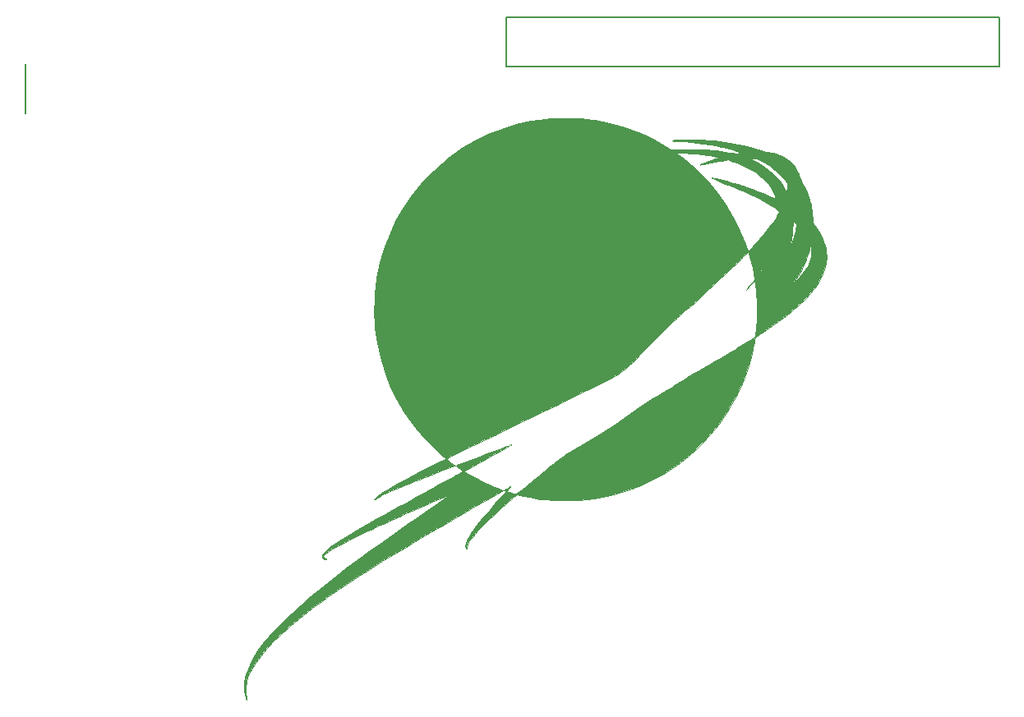
<source format=gbr>
%TF.GenerationSoftware,KiCad,Pcbnew,(5.1.10)-1*%
%TF.CreationDate,2021-11-18T18:33:26-06:00*%
%TF.ProjectId,NavBoard_Hardware,4e617642-6f61-4726-945f-486172647761,rev?*%
%TF.SameCoordinates,Original*%
%TF.FileFunction,Legend,Bot*%
%TF.FilePolarity,Positive*%
%FSLAX46Y46*%
G04 Gerber Fmt 4.6, Leading zero omitted, Abs format (unit mm)*
G04 Created by KiCad (PCBNEW (5.1.10)-1) date 2021-11-18 18:33:26*
%MOMM*%
%LPD*%
G01*
G04 APERTURE LIST*
%ADD10C,0.010000*%
%ADD11C,0.150000*%
G04 APERTURE END LIST*
D10*
%TO.C,G\u002A\u002A\u002A*%
G36*
X62217424Y-108029851D02*
G01*
X62274112Y-108422895D01*
X62367147Y-108742909D01*
X62388283Y-108791721D01*
X62479062Y-108987617D01*
X62448589Y-108807475D01*
X62378275Y-108180514D01*
X62382956Y-107593266D01*
X62462345Y-107072407D01*
X62467683Y-107050900D01*
X62667287Y-106443939D01*
X62966385Y-105811445D01*
X63366734Y-105151260D01*
X63870090Y-104461226D01*
X64478210Y-103739187D01*
X65192848Y-102982985D01*
X66015762Y-102190461D01*
X66948708Y-101359460D01*
X67437208Y-100945370D01*
X67900537Y-100561738D01*
X68352352Y-100195233D01*
X68800956Y-99840114D01*
X69254651Y-99490635D01*
X69721738Y-99141054D01*
X70210522Y-98785627D01*
X70729303Y-98418611D01*
X71286385Y-98034263D01*
X71890069Y-97626839D01*
X72548658Y-97190595D01*
X73270456Y-96719789D01*
X74063762Y-96208677D01*
X74936882Y-95651516D01*
X75898115Y-95042561D01*
X76709802Y-94530814D01*
X78591653Y-93363828D01*
X80457233Y-92241399D01*
X82276429Y-91181571D01*
X82744553Y-90914840D01*
X83167497Y-90673788D01*
X83653941Y-90394520D01*
X84164059Y-90100028D01*
X84658026Y-89813301D01*
X85088537Y-89561722D01*
X85518080Y-89311145D01*
X85993774Y-89036275D01*
X86478609Y-88758327D01*
X86935574Y-88498515D01*
X87327658Y-88278054D01*
X87340310Y-88271000D01*
X87680850Y-88080868D01*
X88002831Y-87900496D01*
X88284914Y-87741883D01*
X88505757Y-87617032D01*
X88644020Y-87537941D01*
X88648301Y-87535451D01*
X88907604Y-87384400D01*
X88288017Y-87151285D01*
X87981591Y-87029018D01*
X87629663Y-86877008D01*
X87247195Y-86702882D01*
X86849146Y-86514266D01*
X86450479Y-86318786D01*
X86066154Y-86124068D01*
X85711131Y-85937737D01*
X85400372Y-85767420D01*
X85148836Y-85620744D01*
X84971486Y-85505333D01*
X84883282Y-85428813D01*
X84876232Y-85412189D01*
X84926435Y-85371842D01*
X85065647Y-85285232D01*
X85276771Y-85162349D01*
X85542712Y-85013185D01*
X85791953Y-84877048D01*
X86197431Y-84657228D01*
X86629458Y-84421514D01*
X87075131Y-84177083D01*
X87521544Y-83931115D01*
X87955795Y-83690789D01*
X88364979Y-83463282D01*
X88736192Y-83255774D01*
X89056530Y-83075443D01*
X89313089Y-82929469D01*
X89492966Y-82825029D01*
X89583255Y-82769302D01*
X89589943Y-82764175D01*
X89563584Y-82760010D01*
X89445196Y-82791928D01*
X89255203Y-82853862D01*
X89079542Y-82915803D01*
X88666213Y-83066232D01*
X88210251Y-83233446D01*
X87724387Y-83412666D01*
X87221350Y-83599114D01*
X86713870Y-83788009D01*
X86214678Y-83974571D01*
X85736503Y-84154023D01*
X85292076Y-84321583D01*
X84894127Y-84472473D01*
X84555385Y-84601913D01*
X84288581Y-84705124D01*
X84106445Y-84777326D01*
X84021706Y-84813739D01*
X84017557Y-84816315D01*
X84041038Y-84866963D01*
X84146151Y-84961957D01*
X84312002Y-85083109D01*
X84362829Y-85116868D01*
X84547943Y-85242117D01*
X84685736Y-85344202D01*
X84751895Y-85404854D01*
X84754420Y-85411100D01*
X84703302Y-85449119D01*
X84561060Y-85534590D01*
X84342808Y-85658967D01*
X84063661Y-85813703D01*
X83738735Y-85990253D01*
X83572174Y-86079579D01*
X83180502Y-86289941D01*
X82715115Y-86541799D01*
X82207191Y-86818165D01*
X81687905Y-87102048D01*
X81188435Y-87376458D01*
X80886775Y-87543024D01*
X80449202Y-87784810D01*
X79933965Y-88068831D01*
X79368833Y-88379820D01*
X78781578Y-88702511D01*
X78199968Y-89021638D01*
X77651774Y-89321935D01*
X77460393Y-89426626D01*
X76577601Y-89913188D01*
X75724233Y-90391106D01*
X74908973Y-90855202D01*
X74140508Y-91300300D01*
X73427521Y-91721222D01*
X72778698Y-92112792D01*
X72202725Y-92469833D01*
X71708286Y-92787167D01*
X71304066Y-93059618D01*
X71020343Y-93265407D01*
X70672764Y-93553665D01*
X70422859Y-93810752D01*
X70273007Y-94032408D01*
X70225587Y-94214371D01*
X70282977Y-94352382D01*
X70377639Y-94416513D01*
X70538040Y-94475958D01*
X70632342Y-94486189D01*
X70644934Y-94452358D01*
X70560208Y-94379621D01*
X70535850Y-94364273D01*
X70395110Y-94248401D01*
X70355775Y-94140746D01*
X70356030Y-94139320D01*
X70428061Y-94026471D01*
X70607927Y-93870179D01*
X70892261Y-93672341D01*
X71277690Y-93434858D01*
X71760847Y-93159628D01*
X72338360Y-92848550D01*
X73006861Y-92503523D01*
X73762979Y-92126447D01*
X74603345Y-91719219D01*
X74908383Y-91573889D01*
X75213362Y-91430763D01*
X75591135Y-91256070D01*
X76031817Y-91054207D01*
X76525528Y-90829569D01*
X77062384Y-90586551D01*
X77632504Y-90329549D01*
X78226004Y-90062959D01*
X78833003Y-89791175D01*
X79443618Y-89518594D01*
X80047967Y-89249611D01*
X80636167Y-88988622D01*
X81198335Y-88740022D01*
X81724591Y-88508206D01*
X82205050Y-88297571D01*
X82629831Y-88112511D01*
X82989051Y-87957423D01*
X83272828Y-87836702D01*
X83471279Y-87754743D01*
X83574522Y-87715942D01*
X83587235Y-87713668D01*
X83544268Y-87750430D01*
X83414791Y-87844570D01*
X83212171Y-87986776D01*
X82949773Y-88167736D01*
X82640964Y-88378136D01*
X82399034Y-88541518D01*
X81996807Y-88813877D01*
X81524845Y-89136325D01*
X80994906Y-89500631D01*
X80418749Y-89898566D01*
X79808132Y-90321898D01*
X79174815Y-90762398D01*
X78530557Y-91211834D01*
X77887117Y-91661976D01*
X77256253Y-92104594D01*
X76649725Y-92531457D01*
X76079291Y-92934336D01*
X75556711Y-93304998D01*
X75093742Y-93635215D01*
X74702146Y-93916755D01*
X74393679Y-94141388D01*
X74307910Y-94204760D01*
X72850368Y-95300895D01*
X71498197Y-96346230D01*
X70249034Y-97343033D01*
X69100515Y-98293570D01*
X68050278Y-99200108D01*
X67095960Y-100064912D01*
X66235196Y-100890250D01*
X65465623Y-101678388D01*
X64784879Y-102431592D01*
X64190600Y-103152129D01*
X63680423Y-103842266D01*
X63251983Y-104504269D01*
X62902919Y-105140404D01*
X62900839Y-105144591D01*
X62674533Y-105618777D01*
X62504647Y-106022361D01*
X62381344Y-106384906D01*
X62294786Y-106735973D01*
X62235138Y-107105126D01*
X62227351Y-107168547D01*
X62200648Y-107599746D01*
X62217424Y-108029851D01*
G37*
X62217424Y-108029851D02*
X62274112Y-108422895D01*
X62367147Y-108742909D01*
X62388283Y-108791721D01*
X62479062Y-108987617D01*
X62448589Y-108807475D01*
X62378275Y-108180514D01*
X62382956Y-107593266D01*
X62462345Y-107072407D01*
X62467683Y-107050900D01*
X62667287Y-106443939D01*
X62966385Y-105811445D01*
X63366734Y-105151260D01*
X63870090Y-104461226D01*
X64478210Y-103739187D01*
X65192848Y-102982985D01*
X66015762Y-102190461D01*
X66948708Y-101359460D01*
X67437208Y-100945370D01*
X67900537Y-100561738D01*
X68352352Y-100195233D01*
X68800956Y-99840114D01*
X69254651Y-99490635D01*
X69721738Y-99141054D01*
X70210522Y-98785627D01*
X70729303Y-98418611D01*
X71286385Y-98034263D01*
X71890069Y-97626839D01*
X72548658Y-97190595D01*
X73270456Y-96719789D01*
X74063762Y-96208677D01*
X74936882Y-95651516D01*
X75898115Y-95042561D01*
X76709802Y-94530814D01*
X78591653Y-93363828D01*
X80457233Y-92241399D01*
X82276429Y-91181571D01*
X82744553Y-90914840D01*
X83167497Y-90673788D01*
X83653941Y-90394520D01*
X84164059Y-90100028D01*
X84658026Y-89813301D01*
X85088537Y-89561722D01*
X85518080Y-89311145D01*
X85993774Y-89036275D01*
X86478609Y-88758327D01*
X86935574Y-88498515D01*
X87327658Y-88278054D01*
X87340310Y-88271000D01*
X87680850Y-88080868D01*
X88002831Y-87900496D01*
X88284914Y-87741883D01*
X88505757Y-87617032D01*
X88644020Y-87537941D01*
X88648301Y-87535451D01*
X88907604Y-87384400D01*
X88288017Y-87151285D01*
X87981591Y-87029018D01*
X87629663Y-86877008D01*
X87247195Y-86702882D01*
X86849146Y-86514266D01*
X86450479Y-86318786D01*
X86066154Y-86124068D01*
X85711131Y-85937737D01*
X85400372Y-85767420D01*
X85148836Y-85620744D01*
X84971486Y-85505333D01*
X84883282Y-85428813D01*
X84876232Y-85412189D01*
X84926435Y-85371842D01*
X85065647Y-85285232D01*
X85276771Y-85162349D01*
X85542712Y-85013185D01*
X85791953Y-84877048D01*
X86197431Y-84657228D01*
X86629458Y-84421514D01*
X87075131Y-84177083D01*
X87521544Y-83931115D01*
X87955795Y-83690789D01*
X88364979Y-83463282D01*
X88736192Y-83255774D01*
X89056530Y-83075443D01*
X89313089Y-82929469D01*
X89492966Y-82825029D01*
X89583255Y-82769302D01*
X89589943Y-82764175D01*
X89563584Y-82760010D01*
X89445196Y-82791928D01*
X89255203Y-82853862D01*
X89079542Y-82915803D01*
X88666213Y-83066232D01*
X88210251Y-83233446D01*
X87724387Y-83412666D01*
X87221350Y-83599114D01*
X86713870Y-83788009D01*
X86214678Y-83974571D01*
X85736503Y-84154023D01*
X85292076Y-84321583D01*
X84894127Y-84472473D01*
X84555385Y-84601913D01*
X84288581Y-84705124D01*
X84106445Y-84777326D01*
X84021706Y-84813739D01*
X84017557Y-84816315D01*
X84041038Y-84866963D01*
X84146151Y-84961957D01*
X84312002Y-85083109D01*
X84362829Y-85116868D01*
X84547943Y-85242117D01*
X84685736Y-85344202D01*
X84751895Y-85404854D01*
X84754420Y-85411100D01*
X84703302Y-85449119D01*
X84561060Y-85534590D01*
X84342808Y-85658967D01*
X84063661Y-85813703D01*
X83738735Y-85990253D01*
X83572174Y-86079579D01*
X83180502Y-86289941D01*
X82715115Y-86541799D01*
X82207191Y-86818165D01*
X81687905Y-87102048D01*
X81188435Y-87376458D01*
X80886775Y-87543024D01*
X80449202Y-87784810D01*
X79933965Y-88068831D01*
X79368833Y-88379820D01*
X78781578Y-88702511D01*
X78199968Y-89021638D01*
X77651774Y-89321935D01*
X77460393Y-89426626D01*
X76577601Y-89913188D01*
X75724233Y-90391106D01*
X74908973Y-90855202D01*
X74140508Y-91300300D01*
X73427521Y-91721222D01*
X72778698Y-92112792D01*
X72202725Y-92469833D01*
X71708286Y-92787167D01*
X71304066Y-93059618D01*
X71020343Y-93265407D01*
X70672764Y-93553665D01*
X70422859Y-93810752D01*
X70273007Y-94032408D01*
X70225587Y-94214371D01*
X70282977Y-94352382D01*
X70377639Y-94416513D01*
X70538040Y-94475958D01*
X70632342Y-94486189D01*
X70644934Y-94452358D01*
X70560208Y-94379621D01*
X70535850Y-94364273D01*
X70395110Y-94248401D01*
X70355775Y-94140746D01*
X70356030Y-94139320D01*
X70428061Y-94026471D01*
X70607927Y-93870179D01*
X70892261Y-93672341D01*
X71277690Y-93434858D01*
X71760847Y-93159628D01*
X72338360Y-92848550D01*
X73006861Y-92503523D01*
X73762979Y-92126447D01*
X74603345Y-91719219D01*
X74908383Y-91573889D01*
X75213362Y-91430763D01*
X75591135Y-91256070D01*
X76031817Y-91054207D01*
X76525528Y-90829569D01*
X77062384Y-90586551D01*
X77632504Y-90329549D01*
X78226004Y-90062959D01*
X78833003Y-89791175D01*
X79443618Y-89518594D01*
X80047967Y-89249611D01*
X80636167Y-88988622D01*
X81198335Y-88740022D01*
X81724591Y-88508206D01*
X82205050Y-88297571D01*
X82629831Y-88112511D01*
X82989051Y-87957423D01*
X83272828Y-87836702D01*
X83471279Y-87754743D01*
X83574522Y-87715942D01*
X83587235Y-87713668D01*
X83544268Y-87750430D01*
X83414791Y-87844570D01*
X83212171Y-87986776D01*
X82949773Y-88167736D01*
X82640964Y-88378136D01*
X82399034Y-88541518D01*
X81996807Y-88813877D01*
X81524845Y-89136325D01*
X80994906Y-89500631D01*
X80418749Y-89898566D01*
X79808132Y-90321898D01*
X79174815Y-90762398D01*
X78530557Y-91211834D01*
X77887117Y-91661976D01*
X77256253Y-92104594D01*
X76649725Y-92531457D01*
X76079291Y-92934336D01*
X75556711Y-93304998D01*
X75093742Y-93635215D01*
X74702146Y-93916755D01*
X74393679Y-94141388D01*
X74307910Y-94204760D01*
X72850368Y-95300895D01*
X71498197Y-96346230D01*
X70249034Y-97343033D01*
X69100515Y-98293570D01*
X68050278Y-99200108D01*
X67095960Y-100064912D01*
X66235196Y-100890250D01*
X65465623Y-101678388D01*
X64784879Y-102431592D01*
X64190600Y-103152129D01*
X63680423Y-103842266D01*
X63251983Y-104504269D01*
X62902919Y-105140404D01*
X62900839Y-105144591D01*
X62674533Y-105618777D01*
X62504647Y-106022361D01*
X62381344Y-106384906D01*
X62294786Y-106735973D01*
X62235138Y-107105126D01*
X62227351Y-107168547D01*
X62200648Y-107599746D01*
X62217424Y-108029851D01*
G36*
X89710038Y-82716932D02*
G01*
X89740062Y-82686908D01*
X89710038Y-82656884D01*
X89680014Y-82686908D01*
X89710038Y-82716932D01*
G37*
X89710038Y-82716932D02*
X89740062Y-82686908D01*
X89710038Y-82656884D01*
X89680014Y-82686908D01*
X89710038Y-82716932D01*
G36*
X75604631Y-88350539D02*
G01*
X75677006Y-88319094D01*
X75830965Y-88216833D01*
X75914036Y-88158163D01*
X76076042Y-88048410D01*
X76253863Y-87940876D01*
X76461721Y-87828813D01*
X76713836Y-87705472D01*
X77024427Y-87564107D01*
X77407715Y-87397969D01*
X77877919Y-87200310D01*
X78303412Y-87024339D01*
X78670807Y-86874681D01*
X79129998Y-86690101D01*
X79660619Y-86478602D01*
X80242304Y-86248187D01*
X80854687Y-86006859D01*
X81477402Y-85762618D01*
X82090083Y-85523469D01*
X82672365Y-85297412D01*
X83203881Y-85092452D01*
X83664265Y-84916589D01*
X83756632Y-84881597D01*
X83928049Y-84816779D01*
X83466851Y-84479970D01*
X83274033Y-84331054D01*
X83131680Y-84205308D01*
X83058438Y-84120132D01*
X83055245Y-84095901D01*
X83116549Y-84062298D01*
X83276949Y-83981078D01*
X83527322Y-83856702D01*
X83858551Y-83693632D01*
X84261514Y-83496330D01*
X84727092Y-83269256D01*
X85246164Y-83016874D01*
X85809611Y-82743644D01*
X86408312Y-82454029D01*
X86647627Y-82338453D01*
X88025253Y-81673054D01*
X89301885Y-81055602D01*
X90484977Y-80482454D01*
X91581983Y-79949962D01*
X92600356Y-79454481D01*
X93547550Y-78992367D01*
X94431019Y-78559973D01*
X95258215Y-78153655D01*
X96036594Y-77769766D01*
X96773608Y-77404661D01*
X97476711Y-77054695D01*
X98153357Y-76716223D01*
X98536988Y-76523556D01*
X99059268Y-76262430D01*
X99508248Y-76039451D01*
X99894236Y-75846689D01*
X100227541Y-75676214D01*
X100518474Y-75520095D01*
X100777344Y-75370403D01*
X101014459Y-75219206D01*
X101240129Y-75058576D01*
X101464663Y-74880580D01*
X101698371Y-74677291D01*
X101951561Y-74440776D01*
X102234544Y-74163105D01*
X102557628Y-73836350D01*
X102931123Y-73452578D01*
X103365337Y-73003861D01*
X103870581Y-72482267D01*
X104107298Y-72238681D01*
X104537208Y-71799319D01*
X104962307Y-71369472D01*
X105371194Y-70960357D01*
X105752469Y-70583190D01*
X106094730Y-70249185D01*
X106386575Y-69969560D01*
X106616604Y-69755529D01*
X106758129Y-69630944D01*
X107156521Y-69292114D01*
X107627600Y-68881246D01*
X108158279Y-68410355D01*
X108735469Y-67891458D01*
X109346083Y-67336571D01*
X109977033Y-66757713D01*
X110615232Y-66166898D01*
X111247592Y-65576145D01*
X111861024Y-64997469D01*
X112442442Y-64442887D01*
X112978758Y-63924415D01*
X113065685Y-63839577D01*
X113360063Y-63552643D01*
X113624508Y-63296445D01*
X113847460Y-63082056D01*
X114017356Y-62920549D01*
X114122636Y-62822997D01*
X114152649Y-62798504D01*
X114178944Y-62872310D01*
X114227054Y-63039533D01*
X114291010Y-63276758D01*
X114364841Y-63560564D01*
X114442579Y-63867536D01*
X114518253Y-64174254D01*
X114585896Y-64457300D01*
X114639537Y-64693257D01*
X114658866Y-64784416D01*
X114731583Y-65170061D01*
X114769881Y-65450326D01*
X114774461Y-65634674D01*
X114746026Y-65732571D01*
X114730259Y-65747067D01*
X114673658Y-65804436D01*
X114561167Y-65934247D01*
X114411355Y-66114712D01*
X114305049Y-66246001D01*
X113929358Y-66714331D01*
X114376311Y-66240449D01*
X114823265Y-65766566D01*
X114859715Y-65970236D01*
X114911929Y-66331235D01*
X114954226Y-66763918D01*
X114986723Y-67251889D01*
X115009542Y-67778755D01*
X115022802Y-68328122D01*
X115026624Y-68883595D01*
X115021127Y-69428779D01*
X115006432Y-69947280D01*
X114982658Y-70422704D01*
X114949925Y-70838657D01*
X114908354Y-71178744D01*
X114858064Y-71426570D01*
X114818987Y-71533951D01*
X114748141Y-71602613D01*
X114583493Y-71724139D01*
X114335652Y-71892054D01*
X114015226Y-72099881D01*
X113632823Y-72341147D01*
X113199053Y-72609375D01*
X112724523Y-72898089D01*
X112219841Y-73200814D01*
X111695617Y-73511074D01*
X111162459Y-73822394D01*
X110630975Y-74128298D01*
X110111774Y-74422311D01*
X109825877Y-74581826D01*
X109377213Y-74834950D01*
X108908792Y-75106807D01*
X108447002Y-75381547D01*
X108018230Y-75643324D01*
X107648863Y-75876287D01*
X107423986Y-76024402D01*
X107085613Y-76246007D01*
X106674505Y-76503367D01*
X106224158Y-76776222D01*
X105768070Y-77044311D01*
X105339734Y-77287372D01*
X105295786Y-77311691D01*
X104768576Y-77610108D01*
X104281310Y-77903560D01*
X103801232Y-78213153D01*
X103295587Y-78559998D01*
X102743777Y-78956323D01*
X101557992Y-79805018D01*
X100386442Y-80607009D01*
X99200233Y-81380941D01*
X97970472Y-82145457D01*
X96668265Y-82919200D01*
X96045026Y-83278745D01*
X95674293Y-83494492D01*
X95354282Y-83690818D01*
X95059918Y-83885420D01*
X94766125Y-84095993D01*
X94447827Y-84340233D01*
X94079949Y-84635837D01*
X93823277Y-84846631D01*
X93470384Y-85137556D01*
X93118384Y-85426935D01*
X92787309Y-85698360D01*
X92497193Y-85935423D01*
X92268066Y-86121713D01*
X92171977Y-86199257D01*
X91942081Y-86385878D01*
X91654615Y-86622162D01*
X91343553Y-86880037D01*
X91042868Y-87131433D01*
X90993457Y-87172997D01*
X90745610Y-87377686D01*
X90526190Y-87551371D01*
X90353064Y-87680484D01*
X90244098Y-87751458D01*
X90219317Y-87760903D01*
X90129145Y-87744884D01*
X89965270Y-87703662D01*
X89762986Y-87647496D01*
X89557588Y-87586641D01*
X89384371Y-87531353D01*
X89278630Y-87491890D01*
X89263428Y-87483126D01*
X89287742Y-87430696D01*
X89376975Y-87318028D01*
X89503618Y-87178300D01*
X89628495Y-87039724D01*
X89669872Y-86974853D01*
X89625428Y-86987430D01*
X89619967Y-86990738D01*
X89473993Y-87074690D01*
X89282273Y-87177971D01*
X89203476Y-87218719D01*
X89049448Y-87300662D01*
X88989639Y-87350919D01*
X89010346Y-87390489D01*
X89068925Y-87424962D01*
X89118056Y-87457279D01*
X89134893Y-87498095D01*
X89109784Y-87562844D01*
X89033077Y-87666961D01*
X88895123Y-87825883D01*
X88686268Y-88055045D01*
X88650856Y-88093574D01*
X88031226Y-88773208D01*
X87490826Y-89378677D01*
X87022197Y-89918926D01*
X86617876Y-90402900D01*
X86270403Y-90839543D01*
X85972318Y-91237802D01*
X85716160Y-91606621D01*
X85698028Y-91633953D01*
X85395339Y-92122793D01*
X85179872Y-92541093D01*
X85052363Y-92886773D01*
X85013552Y-93157751D01*
X85064175Y-93351949D01*
X85080291Y-93375324D01*
X85136438Y-93439426D01*
X85163858Y-93427493D01*
X85173240Y-93322131D01*
X85174559Y-93221950D01*
X85214263Y-92954247D01*
X85341319Y-92688635D01*
X85348759Y-92676807D01*
X85497361Y-92466489D01*
X85712237Y-92194090D01*
X85974037Y-91881742D01*
X86263416Y-91551576D01*
X86561024Y-91225725D01*
X86847515Y-90926320D01*
X87074090Y-90703220D01*
X87271595Y-90517934D01*
X87524811Y-90283214D01*
X87820162Y-90011383D01*
X88144075Y-89714761D01*
X88482975Y-89405668D01*
X88823288Y-89096427D01*
X89151440Y-88799357D01*
X89453857Y-88526780D01*
X89716964Y-88291018D01*
X89927187Y-88104390D01*
X90070951Y-87979218D01*
X90120401Y-87938157D01*
X90288655Y-87805809D01*
X91020150Y-87968218D01*
X91655511Y-88101631D01*
X92236986Y-88205367D01*
X92798521Y-88283351D01*
X93374064Y-88339509D01*
X93997562Y-88377767D01*
X94702964Y-88402049D01*
X94789867Y-88404100D01*
X95766059Y-88411626D01*
X96657168Y-88385459D01*
X97494245Y-88322485D01*
X98308343Y-88219594D01*
X99130513Y-88073673D01*
X99983637Y-87883591D01*
X101447337Y-87467934D01*
X102867633Y-86942461D01*
X104238755Y-86311401D01*
X105554934Y-85578982D01*
X106810401Y-84749434D01*
X107999387Y-83826986D01*
X109116122Y-82815866D01*
X110154837Y-81720304D01*
X111109763Y-80544529D01*
X111975131Y-79292769D01*
X112201566Y-78927638D01*
X112893352Y-77681485D01*
X113498499Y-76377925D01*
X114009482Y-75036932D01*
X114418776Y-73678481D01*
X114718856Y-72322546D01*
X114744150Y-72178634D01*
X114808401Y-71862980D01*
X114874668Y-71659310D01*
X114943350Y-71561074D01*
X115021026Y-71506602D01*
X115182820Y-71394386D01*
X115413869Y-71234691D01*
X115699308Y-71037783D01*
X116024274Y-70813927D01*
X116280960Y-70637302D01*
X117216497Y-69978332D01*
X118048545Y-69358429D01*
X118784624Y-68770830D01*
X119432251Y-68208775D01*
X119998946Y-67665501D01*
X120492227Y-67134249D01*
X120919613Y-66608255D01*
X121202677Y-66211291D01*
X121416293Y-65861429D01*
X121628006Y-65458665D01*
X121820133Y-65041204D01*
X121974990Y-64647252D01*
X122069102Y-64339397D01*
X122156531Y-63846965D01*
X122195410Y-63314107D01*
X122183944Y-62793165D01*
X122135289Y-62409350D01*
X121939425Y-61697765D01*
X121627392Y-61015778D01*
X121199643Y-60364308D01*
X121018570Y-60138798D01*
X120883021Y-59964734D01*
X120812661Y-59823045D01*
X120786996Y-59661955D01*
X120784506Y-59547462D01*
X120737344Y-58742757D01*
X120601144Y-57926238D01*
X120548441Y-57732053D01*
X120548441Y-62169700D01*
X120600582Y-62252831D01*
X120624956Y-62330880D01*
X120638059Y-62444770D01*
X120644481Y-62641762D01*
X120643267Y-62884998D01*
X120641275Y-62961376D01*
X120615984Y-63311650D01*
X120557802Y-63600680D01*
X120471018Y-63848802D01*
X120285691Y-64254696D01*
X120073460Y-64617943D01*
X119812080Y-64970926D01*
X119479306Y-65346031D01*
X119351182Y-65479013D01*
X119155685Y-65675258D01*
X119003557Y-65821122D01*
X118906670Y-65905798D01*
X118876893Y-65918481D01*
X118884663Y-65903693D01*
X119270132Y-65283050D01*
X119577526Y-64746781D01*
X119809459Y-64290313D01*
X119819601Y-64268466D01*
X119957720Y-63946223D01*
X120098867Y-63577161D01*
X120231817Y-63194663D01*
X120345342Y-62832114D01*
X120428217Y-62522898D01*
X120461330Y-62360156D01*
X120500792Y-62205695D01*
X120548441Y-62169700D01*
X120548441Y-57732053D01*
X120383837Y-57125567D01*
X120093354Y-56368408D01*
X119737623Y-55682426D01*
X119625293Y-55503652D01*
X119504982Y-55296878D01*
X119411472Y-55093631D01*
X119374051Y-54975088D01*
X119327601Y-54818736D01*
X119243697Y-54598986D01*
X119139217Y-54359539D01*
X119122810Y-54324615D01*
X118829286Y-53844262D01*
X118828555Y-53843484D01*
X118828555Y-59691050D01*
X118876161Y-59710968D01*
X118940529Y-59767097D01*
X118954631Y-59780342D01*
X119028709Y-59855465D01*
X119074507Y-59930121D01*
X119092727Y-60027532D01*
X119084068Y-60170920D01*
X119049232Y-60383505D01*
X118988920Y-60688508D01*
X118982933Y-60718005D01*
X118928218Y-60963389D01*
X118857834Y-61244511D01*
X118778206Y-61539638D01*
X118695764Y-61827038D01*
X118616934Y-62084977D01*
X118548144Y-62291722D01*
X118495823Y-62425541D01*
X118466397Y-62464700D01*
X118466351Y-62464655D01*
X118466103Y-62399708D01*
X118484331Y-62245342D01*
X118517404Y-62030180D01*
X118533091Y-61938536D01*
X118572947Y-61676572D01*
X118615449Y-61338861D01*
X118655442Y-60969496D01*
X118687047Y-60621609D01*
X118717231Y-60251764D01*
X118742048Y-59987700D01*
X118765924Y-59815502D01*
X118793284Y-59721256D01*
X118828555Y-59691050D01*
X118828555Y-53843484D01*
X118438442Y-53427759D01*
X117957087Y-53079126D01*
X117392030Y-52802383D01*
X116750079Y-52601548D01*
X116038046Y-52480640D01*
X115990619Y-52475754D01*
X115732409Y-52433504D01*
X115426229Y-52359300D01*
X115134507Y-52268465D01*
X115110038Y-52259610D01*
X114386619Y-52024572D01*
X114269376Y-51994330D01*
X114269376Y-53164457D01*
X114698876Y-53190651D01*
X114960425Y-53217191D01*
X115174860Y-53271238D01*
X115399221Y-53370072D01*
X115539538Y-53445341D01*
X116366009Y-53956300D01*
X117083957Y-54511067D01*
X117698097Y-55113458D01*
X117913146Y-55365395D01*
X118205017Y-55725679D01*
X118167799Y-56115986D01*
X118145332Y-56319297D01*
X118122976Y-56469303D01*
X118106480Y-56531313D01*
X118090312Y-56544178D01*
X118068993Y-56532717D01*
X118029155Y-56478053D01*
X117957432Y-56361309D01*
X117840457Y-56163607D01*
X117812397Y-56115986D01*
X117370188Y-55459709D01*
X116853100Y-54870424D01*
X116250431Y-54338537D01*
X115551484Y-53854457D01*
X114853226Y-53462925D01*
X114269376Y-53164457D01*
X114269376Y-51994330D01*
X113558492Y-51810960D01*
X112639602Y-51621665D01*
X111643896Y-51459573D01*
X110636516Y-51333088D01*
X110322114Y-51305499D01*
X109939582Y-51282351D01*
X109507135Y-51263771D01*
X109042991Y-51249887D01*
X108565367Y-51240826D01*
X108092479Y-51236716D01*
X107642545Y-51237684D01*
X107233781Y-51243858D01*
X106884405Y-51255366D01*
X106612633Y-51272335D01*
X106436683Y-51294892D01*
X106403182Y-51303444D01*
X106312345Y-51336542D01*
X106307744Y-51354930D01*
X106401510Y-51363780D01*
X106553300Y-51367431D01*
X107030375Y-51386926D01*
X107596911Y-51428944D01*
X108225138Y-51489933D01*
X108887288Y-51566344D01*
X109555593Y-51654625D01*
X110202281Y-51751226D01*
X110799586Y-51852595D01*
X111319737Y-51955181D01*
X111538169Y-52004851D01*
X111903877Y-52096597D01*
X112264559Y-52193839D01*
X112602367Y-52291023D01*
X112899449Y-52382594D01*
X113137956Y-52463000D01*
X113300037Y-52526685D01*
X113367843Y-52568096D01*
X113368044Y-52574205D01*
X113270840Y-52629361D01*
X113079892Y-52656932D01*
X112818330Y-52656959D01*
X112509283Y-52629489D01*
X112175880Y-52574565D01*
X112162840Y-52571896D01*
X111715293Y-52484915D01*
X111286928Y-52414236D01*
X110857359Y-52358185D01*
X110406198Y-52315091D01*
X109913059Y-52283281D01*
X109357555Y-52261084D01*
X108719300Y-52246827D01*
X108114530Y-52239845D01*
X106945118Y-52230485D01*
X106945118Y-52576134D01*
X107178444Y-52581902D01*
X107468966Y-52593814D01*
X107795838Y-52610825D01*
X108138213Y-52631892D01*
X108475246Y-52655969D01*
X108786090Y-52682012D01*
X108955192Y-52698548D01*
X109237043Y-52731906D01*
X109560235Y-52776226D01*
X109901193Y-52827567D01*
X110236341Y-52881987D01*
X110542103Y-52935542D01*
X110794902Y-52984290D01*
X110971164Y-53024288D01*
X111041345Y-53047405D01*
X111016958Y-53079827D01*
X110896685Y-53139297D01*
X110699470Y-53217689D01*
X110444256Y-53306877D01*
X110410849Y-53317848D01*
X110007993Y-53452939D01*
X109669698Y-53573747D01*
X109407468Y-53675700D01*
X109232806Y-53754229D01*
X109157217Y-53804764D01*
X109157102Y-53815926D01*
X109222119Y-53813908D01*
X109381161Y-53789989D01*
X109610979Y-53748134D01*
X109888322Y-53692308D01*
X109915071Y-53686681D01*
X110293653Y-53610011D01*
X110722035Y-53528352D01*
X111136837Y-53453580D01*
X111364153Y-53415113D01*
X112080690Y-53298214D01*
X112604584Y-53480682D01*
X113006323Y-53633367D01*
X113446859Y-53822170D01*
X113893106Y-54031191D01*
X114311976Y-54244529D01*
X114670382Y-54446282D01*
X114848215Y-54558914D01*
X115227449Y-54845258D01*
X115618120Y-55192743D01*
X115982424Y-55564961D01*
X116282557Y-55925506D01*
X116319082Y-55975459D01*
X116438585Y-56157197D01*
X116570251Y-56380997D01*
X116701951Y-56622877D01*
X116821558Y-56858856D01*
X116916946Y-57064954D01*
X116975987Y-57217190D01*
X116986553Y-57291582D01*
X116985387Y-57293041D01*
X116922960Y-57281987D01*
X116780434Y-57230062D01*
X116586233Y-57147834D01*
X116545638Y-57129566D01*
X116137662Y-56952284D01*
X115649315Y-56752857D01*
X115115046Y-56544340D01*
X114569302Y-56339789D01*
X114046532Y-56152259D01*
X113581186Y-55994805D01*
X113398690Y-55936933D01*
X113064202Y-55836864D01*
X112686158Y-55728896D01*
X112283434Y-55617887D01*
X111874902Y-55508696D01*
X111479435Y-55406182D01*
X111115908Y-55315203D01*
X110803195Y-55240620D01*
X110560168Y-55187290D01*
X110405701Y-55160072D01*
X110371472Y-55157601D01*
X110394479Y-55179494D01*
X110517218Y-55240565D01*
X110727810Y-55335651D01*
X111014379Y-55459590D01*
X111365047Y-55607220D01*
X111767935Y-55773378D01*
X112077650Y-55899153D01*
X112725719Y-56162849D01*
X113282120Y-56394698D01*
X113767832Y-56604492D01*
X114203831Y-56802026D01*
X114611094Y-56997094D01*
X115010599Y-57199488D01*
X115423323Y-57419003D01*
X115870242Y-57665433D01*
X115917845Y-57692059D01*
X116342475Y-57931559D01*
X116672426Y-58122593D01*
X116919043Y-58273100D01*
X117093673Y-58391022D01*
X117207659Y-58484299D01*
X117272346Y-58560870D01*
X117299081Y-58628678D01*
X117301764Y-58660678D01*
X117269778Y-58769507D01*
X117183449Y-58948829D01*
X117057218Y-59170693D01*
X116952115Y-59337457D01*
X116783704Y-59582225D01*
X116563566Y-59885357D01*
X116316896Y-60212992D01*
X116068887Y-60531267D01*
X115997852Y-60620033D01*
X115950700Y-60677595D01*
X115950700Y-64162322D01*
X115980724Y-64192345D01*
X115950700Y-64222369D01*
X115920676Y-64192345D01*
X115950700Y-64162322D01*
X115950700Y-60677595D01*
X115899934Y-60739569D01*
X115899934Y-64282416D01*
X115888560Y-64328318D01*
X115800583Y-64465523D01*
X115636531Y-64693285D01*
X115396931Y-65010854D01*
X115273071Y-65171903D01*
X115112440Y-65374124D01*
X114978976Y-65531452D01*
X114888902Y-65625417D01*
X114859330Y-65642977D01*
X114884773Y-65590087D01*
X114969640Y-65464326D01*
X115098090Y-65286403D01*
X115254282Y-65077030D01*
X115422377Y-64856919D01*
X115586532Y-64646781D01*
X115730908Y-64467327D01*
X115839663Y-64339268D01*
X115896957Y-64283317D01*
X115899934Y-64282416D01*
X115899934Y-60739569D01*
X115786140Y-60878487D01*
X115547987Y-61162252D01*
X115295569Y-61457579D01*
X115041060Y-61750719D01*
X114796638Y-62027922D01*
X114574477Y-62275439D01*
X114386753Y-62479521D01*
X114245642Y-62626418D01*
X114163320Y-62702382D01*
X114147753Y-62709251D01*
X114121431Y-62649184D01*
X114062604Y-62498651D01*
X113979848Y-62280031D01*
X113881741Y-62015707D01*
X113876773Y-62002200D01*
X113301234Y-60603628D01*
X112622797Y-59253553D01*
X111847456Y-57960083D01*
X110981204Y-56731327D01*
X110030033Y-55575395D01*
X108999938Y-54500396D01*
X107896910Y-53514439D01*
X107198809Y-52966163D01*
X106999805Y-52814532D01*
X106843277Y-52689477D01*
X106750163Y-52608045D01*
X106733442Y-52587211D01*
X106789836Y-52577556D01*
X106945118Y-52576134D01*
X106945118Y-52230485D01*
X106162993Y-52224224D01*
X105502473Y-51822739D01*
X104182233Y-51089918D01*
X102808859Y-50464245D01*
X101381684Y-49945497D01*
X99900041Y-49533453D01*
X98363262Y-49227888D01*
X97306019Y-49083023D01*
X96971614Y-49055028D01*
X96544774Y-49034270D01*
X96052940Y-49020748D01*
X95523552Y-49014463D01*
X94984052Y-49015414D01*
X94461881Y-49023602D01*
X93984479Y-49039027D01*
X93579287Y-49061689D01*
X93342899Y-49083023D01*
X91765944Y-49318649D01*
X90241359Y-49662329D01*
X88768869Y-50114176D01*
X87348202Y-50674301D01*
X85979086Y-51342817D01*
X84661247Y-52119835D01*
X83394412Y-53005468D01*
X82954719Y-53347758D01*
X82590530Y-53653454D01*
X82175140Y-54025823D01*
X81734630Y-54439611D01*
X81295079Y-54869567D01*
X80882570Y-55290437D01*
X80523183Y-55676970D01*
X80374732Y-55845773D01*
X79416093Y-57053447D01*
X78559327Y-58323235D01*
X77806421Y-59650582D01*
X77159359Y-61030933D01*
X76620126Y-62459732D01*
X76190708Y-63932425D01*
X75873089Y-65444455D01*
X75717137Y-66534189D01*
X75676702Y-66981058D01*
X75646837Y-67513721D01*
X75627782Y-68101010D01*
X75619777Y-68711755D01*
X75623063Y-69314785D01*
X75637882Y-69878933D01*
X75664472Y-70373027D01*
X75685609Y-70617404D01*
X75903351Y-72172454D01*
X76230883Y-73679166D01*
X76668735Y-75138821D01*
X77217435Y-76552698D01*
X77877512Y-77922078D01*
X78649495Y-79248240D01*
X79533913Y-80532465D01*
X80063915Y-81215750D01*
X80285888Y-81477854D01*
X80567191Y-81790484D01*
X80889850Y-82135418D01*
X81235888Y-82494434D01*
X81587329Y-82849312D01*
X81926197Y-83181831D01*
X82234517Y-83473768D01*
X82494311Y-83706904D01*
X82640818Y-83827806D01*
X82799075Y-83954845D01*
X82911136Y-84052533D01*
X82951644Y-84098019D01*
X82900459Y-84131231D01*
X82754410Y-84211586D01*
X82526060Y-84332537D01*
X82227970Y-84487534D01*
X81872699Y-84670029D01*
X81472809Y-84873474D01*
X81197670Y-85012453D01*
X80351032Y-85443368D01*
X79554142Y-85857791D01*
X78813213Y-86252130D01*
X78134461Y-86622796D01*
X77524097Y-86966197D01*
X76988336Y-87278744D01*
X76533392Y-87556844D01*
X76165479Y-87796909D01*
X75890810Y-87995347D01*
X75715599Y-88148567D01*
X75666061Y-88208869D01*
X75604197Y-88313140D01*
X75604631Y-88350539D01*
G37*
X75604631Y-88350539D02*
X75677006Y-88319094D01*
X75830965Y-88216833D01*
X75914036Y-88158163D01*
X76076042Y-88048410D01*
X76253863Y-87940876D01*
X76461721Y-87828813D01*
X76713836Y-87705472D01*
X77024427Y-87564107D01*
X77407715Y-87397969D01*
X77877919Y-87200310D01*
X78303412Y-87024339D01*
X78670807Y-86874681D01*
X79129998Y-86690101D01*
X79660619Y-86478602D01*
X80242304Y-86248187D01*
X80854687Y-86006859D01*
X81477402Y-85762618D01*
X82090083Y-85523469D01*
X82672365Y-85297412D01*
X83203881Y-85092452D01*
X83664265Y-84916589D01*
X83756632Y-84881597D01*
X83928049Y-84816779D01*
X83466851Y-84479970D01*
X83274033Y-84331054D01*
X83131680Y-84205308D01*
X83058438Y-84120132D01*
X83055245Y-84095901D01*
X83116549Y-84062298D01*
X83276949Y-83981078D01*
X83527322Y-83856702D01*
X83858551Y-83693632D01*
X84261514Y-83496330D01*
X84727092Y-83269256D01*
X85246164Y-83016874D01*
X85809611Y-82743644D01*
X86408312Y-82454029D01*
X86647627Y-82338453D01*
X88025253Y-81673054D01*
X89301885Y-81055602D01*
X90484977Y-80482454D01*
X91581983Y-79949962D01*
X92600356Y-79454481D01*
X93547550Y-78992367D01*
X94431019Y-78559973D01*
X95258215Y-78153655D01*
X96036594Y-77769766D01*
X96773608Y-77404661D01*
X97476711Y-77054695D01*
X98153357Y-76716223D01*
X98536988Y-76523556D01*
X99059268Y-76262430D01*
X99508248Y-76039451D01*
X99894236Y-75846689D01*
X100227541Y-75676214D01*
X100518474Y-75520095D01*
X100777344Y-75370403D01*
X101014459Y-75219206D01*
X101240129Y-75058576D01*
X101464663Y-74880580D01*
X101698371Y-74677291D01*
X101951561Y-74440776D01*
X102234544Y-74163105D01*
X102557628Y-73836350D01*
X102931123Y-73452578D01*
X103365337Y-73003861D01*
X103870581Y-72482267D01*
X104107298Y-72238681D01*
X104537208Y-71799319D01*
X104962307Y-71369472D01*
X105371194Y-70960357D01*
X105752469Y-70583190D01*
X106094730Y-70249185D01*
X106386575Y-69969560D01*
X106616604Y-69755529D01*
X106758129Y-69630944D01*
X107156521Y-69292114D01*
X107627600Y-68881246D01*
X108158279Y-68410355D01*
X108735469Y-67891458D01*
X109346083Y-67336571D01*
X109977033Y-66757713D01*
X110615232Y-66166898D01*
X111247592Y-65576145D01*
X111861024Y-64997469D01*
X112442442Y-64442887D01*
X112978758Y-63924415D01*
X113065685Y-63839577D01*
X113360063Y-63552643D01*
X113624508Y-63296445D01*
X113847460Y-63082056D01*
X114017356Y-62920549D01*
X114122636Y-62822997D01*
X114152649Y-62798504D01*
X114178944Y-62872310D01*
X114227054Y-63039533D01*
X114291010Y-63276758D01*
X114364841Y-63560564D01*
X114442579Y-63867536D01*
X114518253Y-64174254D01*
X114585896Y-64457300D01*
X114639537Y-64693257D01*
X114658866Y-64784416D01*
X114731583Y-65170061D01*
X114769881Y-65450326D01*
X114774461Y-65634674D01*
X114746026Y-65732571D01*
X114730259Y-65747067D01*
X114673658Y-65804436D01*
X114561167Y-65934247D01*
X114411355Y-66114712D01*
X114305049Y-66246001D01*
X113929358Y-66714331D01*
X114376311Y-66240449D01*
X114823265Y-65766566D01*
X114859715Y-65970236D01*
X114911929Y-66331235D01*
X114954226Y-66763918D01*
X114986723Y-67251889D01*
X115009542Y-67778755D01*
X115022802Y-68328122D01*
X115026624Y-68883595D01*
X115021127Y-69428779D01*
X115006432Y-69947280D01*
X114982658Y-70422704D01*
X114949925Y-70838657D01*
X114908354Y-71178744D01*
X114858064Y-71426570D01*
X114818987Y-71533951D01*
X114748141Y-71602613D01*
X114583493Y-71724139D01*
X114335652Y-71892054D01*
X114015226Y-72099881D01*
X113632823Y-72341147D01*
X113199053Y-72609375D01*
X112724523Y-72898089D01*
X112219841Y-73200814D01*
X111695617Y-73511074D01*
X111162459Y-73822394D01*
X110630975Y-74128298D01*
X110111774Y-74422311D01*
X109825877Y-74581826D01*
X109377213Y-74834950D01*
X108908792Y-75106807D01*
X108447002Y-75381547D01*
X108018230Y-75643324D01*
X107648863Y-75876287D01*
X107423986Y-76024402D01*
X107085613Y-76246007D01*
X106674505Y-76503367D01*
X106224158Y-76776222D01*
X105768070Y-77044311D01*
X105339734Y-77287372D01*
X105295786Y-77311691D01*
X104768576Y-77610108D01*
X104281310Y-77903560D01*
X103801232Y-78213153D01*
X103295587Y-78559998D01*
X102743777Y-78956323D01*
X101557992Y-79805018D01*
X100386442Y-80607009D01*
X99200233Y-81380941D01*
X97970472Y-82145457D01*
X96668265Y-82919200D01*
X96045026Y-83278745D01*
X95674293Y-83494492D01*
X95354282Y-83690818D01*
X95059918Y-83885420D01*
X94766125Y-84095993D01*
X94447827Y-84340233D01*
X94079949Y-84635837D01*
X93823277Y-84846631D01*
X93470384Y-85137556D01*
X93118384Y-85426935D01*
X92787309Y-85698360D01*
X92497193Y-85935423D01*
X92268066Y-86121713D01*
X92171977Y-86199257D01*
X91942081Y-86385878D01*
X91654615Y-86622162D01*
X91343553Y-86880037D01*
X91042868Y-87131433D01*
X90993457Y-87172997D01*
X90745610Y-87377686D01*
X90526190Y-87551371D01*
X90353064Y-87680484D01*
X90244098Y-87751458D01*
X90219317Y-87760903D01*
X90129145Y-87744884D01*
X89965270Y-87703662D01*
X89762986Y-87647496D01*
X89557588Y-87586641D01*
X89384371Y-87531353D01*
X89278630Y-87491890D01*
X89263428Y-87483126D01*
X89287742Y-87430696D01*
X89376975Y-87318028D01*
X89503618Y-87178300D01*
X89628495Y-87039724D01*
X89669872Y-86974853D01*
X89625428Y-86987430D01*
X89619967Y-86990738D01*
X89473993Y-87074690D01*
X89282273Y-87177971D01*
X89203476Y-87218719D01*
X89049448Y-87300662D01*
X88989639Y-87350919D01*
X89010346Y-87390489D01*
X89068925Y-87424962D01*
X89118056Y-87457279D01*
X89134893Y-87498095D01*
X89109784Y-87562844D01*
X89033077Y-87666961D01*
X88895123Y-87825883D01*
X88686268Y-88055045D01*
X88650856Y-88093574D01*
X88031226Y-88773208D01*
X87490826Y-89378677D01*
X87022197Y-89918926D01*
X86617876Y-90402900D01*
X86270403Y-90839543D01*
X85972318Y-91237802D01*
X85716160Y-91606621D01*
X85698028Y-91633953D01*
X85395339Y-92122793D01*
X85179872Y-92541093D01*
X85052363Y-92886773D01*
X85013552Y-93157751D01*
X85064175Y-93351949D01*
X85080291Y-93375324D01*
X85136438Y-93439426D01*
X85163858Y-93427493D01*
X85173240Y-93322131D01*
X85174559Y-93221950D01*
X85214263Y-92954247D01*
X85341319Y-92688635D01*
X85348759Y-92676807D01*
X85497361Y-92466489D01*
X85712237Y-92194090D01*
X85974037Y-91881742D01*
X86263416Y-91551576D01*
X86561024Y-91225725D01*
X86847515Y-90926320D01*
X87074090Y-90703220D01*
X87271595Y-90517934D01*
X87524811Y-90283214D01*
X87820162Y-90011383D01*
X88144075Y-89714761D01*
X88482975Y-89405668D01*
X88823288Y-89096427D01*
X89151440Y-88799357D01*
X89453857Y-88526780D01*
X89716964Y-88291018D01*
X89927187Y-88104390D01*
X90070951Y-87979218D01*
X90120401Y-87938157D01*
X90288655Y-87805809D01*
X91020150Y-87968218D01*
X91655511Y-88101631D01*
X92236986Y-88205367D01*
X92798521Y-88283351D01*
X93374064Y-88339509D01*
X93997562Y-88377767D01*
X94702964Y-88402049D01*
X94789867Y-88404100D01*
X95766059Y-88411626D01*
X96657168Y-88385459D01*
X97494245Y-88322485D01*
X98308343Y-88219594D01*
X99130513Y-88073673D01*
X99983637Y-87883591D01*
X101447337Y-87467934D01*
X102867633Y-86942461D01*
X104238755Y-86311401D01*
X105554934Y-85578982D01*
X106810401Y-84749434D01*
X107999387Y-83826986D01*
X109116122Y-82815866D01*
X110154837Y-81720304D01*
X111109763Y-80544529D01*
X111975131Y-79292769D01*
X112201566Y-78927638D01*
X112893352Y-77681485D01*
X113498499Y-76377925D01*
X114009482Y-75036932D01*
X114418776Y-73678481D01*
X114718856Y-72322546D01*
X114744150Y-72178634D01*
X114808401Y-71862980D01*
X114874668Y-71659310D01*
X114943350Y-71561074D01*
X115021026Y-71506602D01*
X115182820Y-71394386D01*
X115413869Y-71234691D01*
X115699308Y-71037783D01*
X116024274Y-70813927D01*
X116280960Y-70637302D01*
X117216497Y-69978332D01*
X118048545Y-69358429D01*
X118784624Y-68770830D01*
X119432251Y-68208775D01*
X119998946Y-67665501D01*
X120492227Y-67134249D01*
X120919613Y-66608255D01*
X121202677Y-66211291D01*
X121416293Y-65861429D01*
X121628006Y-65458665D01*
X121820133Y-65041204D01*
X121974990Y-64647252D01*
X122069102Y-64339397D01*
X122156531Y-63846965D01*
X122195410Y-63314107D01*
X122183944Y-62793165D01*
X122135289Y-62409350D01*
X121939425Y-61697765D01*
X121627392Y-61015778D01*
X121199643Y-60364308D01*
X121018570Y-60138798D01*
X120883021Y-59964734D01*
X120812661Y-59823045D01*
X120786996Y-59661955D01*
X120784506Y-59547462D01*
X120737344Y-58742757D01*
X120601144Y-57926238D01*
X120548441Y-57732053D01*
X120548441Y-62169700D01*
X120600582Y-62252831D01*
X120624956Y-62330880D01*
X120638059Y-62444770D01*
X120644481Y-62641762D01*
X120643267Y-62884998D01*
X120641275Y-62961376D01*
X120615984Y-63311650D01*
X120557802Y-63600680D01*
X120471018Y-63848802D01*
X120285691Y-64254696D01*
X120073460Y-64617943D01*
X119812080Y-64970926D01*
X119479306Y-65346031D01*
X119351182Y-65479013D01*
X119155685Y-65675258D01*
X119003557Y-65821122D01*
X118906670Y-65905798D01*
X118876893Y-65918481D01*
X118884663Y-65903693D01*
X119270132Y-65283050D01*
X119577526Y-64746781D01*
X119809459Y-64290313D01*
X119819601Y-64268466D01*
X119957720Y-63946223D01*
X120098867Y-63577161D01*
X120231817Y-63194663D01*
X120345342Y-62832114D01*
X120428217Y-62522898D01*
X120461330Y-62360156D01*
X120500792Y-62205695D01*
X120548441Y-62169700D01*
X120548441Y-57732053D01*
X120383837Y-57125567D01*
X120093354Y-56368408D01*
X119737623Y-55682426D01*
X119625293Y-55503652D01*
X119504982Y-55296878D01*
X119411472Y-55093631D01*
X119374051Y-54975088D01*
X119327601Y-54818736D01*
X119243697Y-54598986D01*
X119139217Y-54359539D01*
X119122810Y-54324615D01*
X118829286Y-53844262D01*
X118828555Y-53843484D01*
X118828555Y-59691050D01*
X118876161Y-59710968D01*
X118940529Y-59767097D01*
X118954631Y-59780342D01*
X119028709Y-59855465D01*
X119074507Y-59930121D01*
X119092727Y-60027532D01*
X119084068Y-60170920D01*
X119049232Y-60383505D01*
X118988920Y-60688508D01*
X118982933Y-60718005D01*
X118928218Y-60963389D01*
X118857834Y-61244511D01*
X118778206Y-61539638D01*
X118695764Y-61827038D01*
X118616934Y-62084977D01*
X118548144Y-62291722D01*
X118495823Y-62425541D01*
X118466397Y-62464700D01*
X118466351Y-62464655D01*
X118466103Y-62399708D01*
X118484331Y-62245342D01*
X118517404Y-62030180D01*
X118533091Y-61938536D01*
X118572947Y-61676572D01*
X118615449Y-61338861D01*
X118655442Y-60969496D01*
X118687047Y-60621609D01*
X118717231Y-60251764D01*
X118742048Y-59987700D01*
X118765924Y-59815502D01*
X118793284Y-59721256D01*
X118828555Y-59691050D01*
X118828555Y-53843484D01*
X118438442Y-53427759D01*
X117957087Y-53079126D01*
X117392030Y-52802383D01*
X116750079Y-52601548D01*
X116038046Y-52480640D01*
X115990619Y-52475754D01*
X115732409Y-52433504D01*
X115426229Y-52359300D01*
X115134507Y-52268465D01*
X115110038Y-52259610D01*
X114386619Y-52024572D01*
X114269376Y-51994330D01*
X114269376Y-53164457D01*
X114698876Y-53190651D01*
X114960425Y-53217191D01*
X115174860Y-53271238D01*
X115399221Y-53370072D01*
X115539538Y-53445341D01*
X116366009Y-53956300D01*
X117083957Y-54511067D01*
X117698097Y-55113458D01*
X117913146Y-55365395D01*
X118205017Y-55725679D01*
X118167799Y-56115986D01*
X118145332Y-56319297D01*
X118122976Y-56469303D01*
X118106480Y-56531313D01*
X118090312Y-56544178D01*
X118068993Y-56532717D01*
X118029155Y-56478053D01*
X117957432Y-56361309D01*
X117840457Y-56163607D01*
X117812397Y-56115986D01*
X117370188Y-55459709D01*
X116853100Y-54870424D01*
X116250431Y-54338537D01*
X115551484Y-53854457D01*
X114853226Y-53462925D01*
X114269376Y-53164457D01*
X114269376Y-51994330D01*
X113558492Y-51810960D01*
X112639602Y-51621665D01*
X111643896Y-51459573D01*
X110636516Y-51333088D01*
X110322114Y-51305499D01*
X109939582Y-51282351D01*
X109507135Y-51263771D01*
X109042991Y-51249887D01*
X108565367Y-51240826D01*
X108092479Y-51236716D01*
X107642545Y-51237684D01*
X107233781Y-51243858D01*
X106884405Y-51255366D01*
X106612633Y-51272335D01*
X106436683Y-51294892D01*
X106403182Y-51303444D01*
X106312345Y-51336542D01*
X106307744Y-51354930D01*
X106401510Y-51363780D01*
X106553300Y-51367431D01*
X107030375Y-51386926D01*
X107596911Y-51428944D01*
X108225138Y-51489933D01*
X108887288Y-51566344D01*
X109555593Y-51654625D01*
X110202281Y-51751226D01*
X110799586Y-51852595D01*
X111319737Y-51955181D01*
X111538169Y-52004851D01*
X111903877Y-52096597D01*
X112264559Y-52193839D01*
X112602367Y-52291023D01*
X112899449Y-52382594D01*
X113137956Y-52463000D01*
X113300037Y-52526685D01*
X113367843Y-52568096D01*
X113368044Y-52574205D01*
X113270840Y-52629361D01*
X113079892Y-52656932D01*
X112818330Y-52656959D01*
X112509283Y-52629489D01*
X112175880Y-52574565D01*
X112162840Y-52571896D01*
X111715293Y-52484915D01*
X111286928Y-52414236D01*
X110857359Y-52358185D01*
X110406198Y-52315091D01*
X109913059Y-52283281D01*
X109357555Y-52261084D01*
X108719300Y-52246827D01*
X108114530Y-52239845D01*
X106945118Y-52230485D01*
X106945118Y-52576134D01*
X107178444Y-52581902D01*
X107468966Y-52593814D01*
X107795838Y-52610825D01*
X108138213Y-52631892D01*
X108475246Y-52655969D01*
X108786090Y-52682012D01*
X108955192Y-52698548D01*
X109237043Y-52731906D01*
X109560235Y-52776226D01*
X109901193Y-52827567D01*
X110236341Y-52881987D01*
X110542103Y-52935542D01*
X110794902Y-52984290D01*
X110971164Y-53024288D01*
X111041345Y-53047405D01*
X111016958Y-53079827D01*
X110896685Y-53139297D01*
X110699470Y-53217689D01*
X110444256Y-53306877D01*
X110410849Y-53317848D01*
X110007993Y-53452939D01*
X109669698Y-53573747D01*
X109407468Y-53675700D01*
X109232806Y-53754229D01*
X109157217Y-53804764D01*
X109157102Y-53815926D01*
X109222119Y-53813908D01*
X109381161Y-53789989D01*
X109610979Y-53748134D01*
X109888322Y-53692308D01*
X109915071Y-53686681D01*
X110293653Y-53610011D01*
X110722035Y-53528352D01*
X111136837Y-53453580D01*
X111364153Y-53415113D01*
X112080690Y-53298214D01*
X112604584Y-53480682D01*
X113006323Y-53633367D01*
X113446859Y-53822170D01*
X113893106Y-54031191D01*
X114311976Y-54244529D01*
X114670382Y-54446282D01*
X114848215Y-54558914D01*
X115227449Y-54845258D01*
X115618120Y-55192743D01*
X115982424Y-55564961D01*
X116282557Y-55925506D01*
X116319082Y-55975459D01*
X116438585Y-56157197D01*
X116570251Y-56380997D01*
X116701951Y-56622877D01*
X116821558Y-56858856D01*
X116916946Y-57064954D01*
X116975987Y-57217190D01*
X116986553Y-57291582D01*
X116985387Y-57293041D01*
X116922960Y-57281987D01*
X116780434Y-57230062D01*
X116586233Y-57147834D01*
X116545638Y-57129566D01*
X116137662Y-56952284D01*
X115649315Y-56752857D01*
X115115046Y-56544340D01*
X114569302Y-56339789D01*
X114046532Y-56152259D01*
X113581186Y-55994805D01*
X113398690Y-55936933D01*
X113064202Y-55836864D01*
X112686158Y-55728896D01*
X112283434Y-55617887D01*
X111874902Y-55508696D01*
X111479435Y-55406182D01*
X111115908Y-55315203D01*
X110803195Y-55240620D01*
X110560168Y-55187290D01*
X110405701Y-55160072D01*
X110371472Y-55157601D01*
X110394479Y-55179494D01*
X110517218Y-55240565D01*
X110727810Y-55335651D01*
X111014379Y-55459590D01*
X111365047Y-55607220D01*
X111767935Y-55773378D01*
X112077650Y-55899153D01*
X112725719Y-56162849D01*
X113282120Y-56394698D01*
X113767832Y-56604492D01*
X114203831Y-56802026D01*
X114611094Y-56997094D01*
X115010599Y-57199488D01*
X115423323Y-57419003D01*
X115870242Y-57665433D01*
X115917845Y-57692059D01*
X116342475Y-57931559D01*
X116672426Y-58122593D01*
X116919043Y-58273100D01*
X117093673Y-58391022D01*
X117207659Y-58484299D01*
X117272346Y-58560870D01*
X117299081Y-58628678D01*
X117301764Y-58660678D01*
X117269778Y-58769507D01*
X117183449Y-58948829D01*
X117057218Y-59170693D01*
X116952115Y-59337457D01*
X116783704Y-59582225D01*
X116563566Y-59885357D01*
X116316896Y-60212992D01*
X116068887Y-60531267D01*
X115997852Y-60620033D01*
X115950700Y-60677595D01*
X115950700Y-64162322D01*
X115980724Y-64192345D01*
X115950700Y-64222369D01*
X115920676Y-64192345D01*
X115950700Y-64162322D01*
X115950700Y-60677595D01*
X115899934Y-60739569D01*
X115899934Y-64282416D01*
X115888560Y-64328318D01*
X115800583Y-64465523D01*
X115636531Y-64693285D01*
X115396931Y-65010854D01*
X115273071Y-65171903D01*
X115112440Y-65374124D01*
X114978976Y-65531452D01*
X114888902Y-65625417D01*
X114859330Y-65642977D01*
X114884773Y-65590087D01*
X114969640Y-65464326D01*
X115098090Y-65286403D01*
X115254282Y-65077030D01*
X115422377Y-64856919D01*
X115586532Y-64646781D01*
X115730908Y-64467327D01*
X115839663Y-64339268D01*
X115896957Y-64283317D01*
X115899934Y-64282416D01*
X115899934Y-60739569D01*
X115786140Y-60878487D01*
X115547987Y-61162252D01*
X115295569Y-61457579D01*
X115041060Y-61750719D01*
X114796638Y-62027922D01*
X114574477Y-62275439D01*
X114386753Y-62479521D01*
X114245642Y-62626418D01*
X114163320Y-62702382D01*
X114147753Y-62709251D01*
X114121431Y-62649184D01*
X114062604Y-62498651D01*
X113979848Y-62280031D01*
X113881741Y-62015707D01*
X113876773Y-62002200D01*
X113301234Y-60603628D01*
X112622797Y-59253553D01*
X111847456Y-57960083D01*
X110981204Y-56731327D01*
X110030033Y-55575395D01*
X108999938Y-54500396D01*
X107896910Y-53514439D01*
X107198809Y-52966163D01*
X106999805Y-52814532D01*
X106843277Y-52689477D01*
X106750163Y-52608045D01*
X106733442Y-52587211D01*
X106789836Y-52577556D01*
X106945118Y-52576134D01*
X106945118Y-52230485D01*
X106162993Y-52224224D01*
X105502473Y-51822739D01*
X104182233Y-51089918D01*
X102808859Y-50464245D01*
X101381684Y-49945497D01*
X99900041Y-49533453D01*
X98363262Y-49227888D01*
X97306019Y-49083023D01*
X96971614Y-49055028D01*
X96544774Y-49034270D01*
X96052940Y-49020748D01*
X95523552Y-49014463D01*
X94984052Y-49015414D01*
X94461881Y-49023602D01*
X93984479Y-49039027D01*
X93579287Y-49061689D01*
X93342899Y-49083023D01*
X91765944Y-49318649D01*
X90241359Y-49662329D01*
X88768869Y-50114176D01*
X87348202Y-50674301D01*
X85979086Y-51342817D01*
X84661247Y-52119835D01*
X83394412Y-53005468D01*
X82954719Y-53347758D01*
X82590530Y-53653454D01*
X82175140Y-54025823D01*
X81734630Y-54439611D01*
X81295079Y-54869567D01*
X80882570Y-55290437D01*
X80523183Y-55676970D01*
X80374732Y-55845773D01*
X79416093Y-57053447D01*
X78559327Y-58323235D01*
X77806421Y-59650582D01*
X77159359Y-61030933D01*
X76620126Y-62459732D01*
X76190708Y-63932425D01*
X75873089Y-65444455D01*
X75717137Y-66534189D01*
X75676702Y-66981058D01*
X75646837Y-67513721D01*
X75627782Y-68101010D01*
X75619777Y-68711755D01*
X75623063Y-69314785D01*
X75637882Y-69878933D01*
X75664472Y-70373027D01*
X75685609Y-70617404D01*
X75903351Y-72172454D01*
X76230883Y-73679166D01*
X76668735Y-75138821D01*
X77217435Y-76552698D01*
X77877512Y-77922078D01*
X78649495Y-79248240D01*
X79533913Y-80532465D01*
X80063915Y-81215750D01*
X80285888Y-81477854D01*
X80567191Y-81790484D01*
X80889850Y-82135418D01*
X81235888Y-82494434D01*
X81587329Y-82849312D01*
X81926197Y-83181831D01*
X82234517Y-83473768D01*
X82494311Y-83706904D01*
X82640818Y-83827806D01*
X82799075Y-83954845D01*
X82911136Y-84052533D01*
X82951644Y-84098019D01*
X82900459Y-84131231D01*
X82754410Y-84211586D01*
X82526060Y-84332537D01*
X82227970Y-84487534D01*
X81872699Y-84670029D01*
X81472809Y-84873474D01*
X81197670Y-85012453D01*
X80351032Y-85443368D01*
X79554142Y-85857791D01*
X78813213Y-86252130D01*
X78134461Y-86622796D01*
X77524097Y-86966197D01*
X76988336Y-87278744D01*
X76533392Y-87556844D01*
X76165479Y-87796909D01*
X75890810Y-87995347D01*
X75715599Y-88148567D01*
X75666061Y-88208869D01*
X75604197Y-88313140D01*
X75604631Y-88350539D01*
D11*
%TO.C,U6*%
X39649001Y-43459001D02*
X39649001Y-48539001D01*
X89179001Y-43713001D02*
X139979001Y-43713001D01*
X89179001Y-38633001D02*
X89179001Y-43713001D01*
X139979001Y-38633001D02*
X89179001Y-38633001D01*
X139979001Y-43713001D02*
X139979001Y-38633001D01*
%TD*%
M02*

</source>
